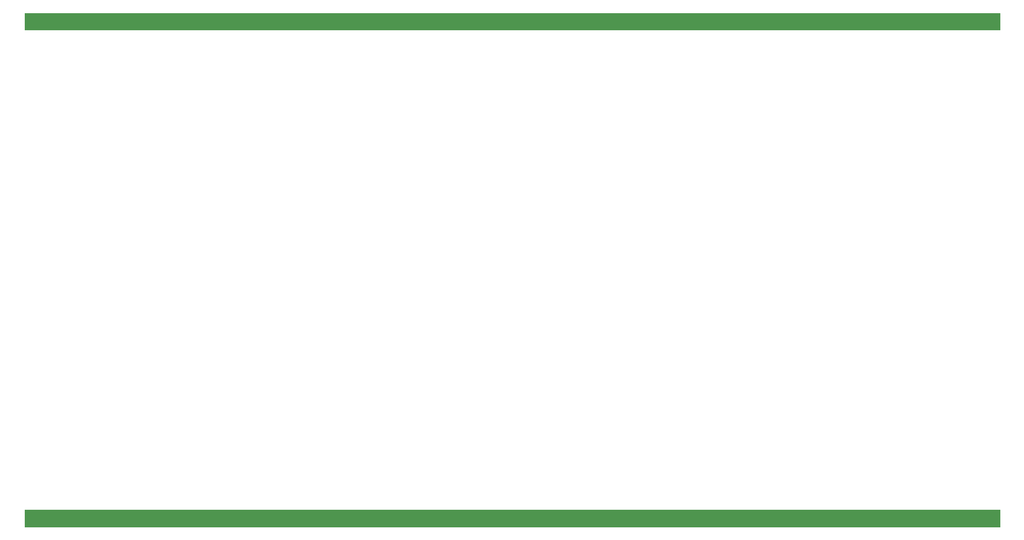
<source format=gbr>
%TF.GenerationSoftware,KiCad,Pcbnew,9.0.5-9.0.5~ubuntu24.04.1*%
%TF.CreationDate,2025-10-22T14:02:37+02:00*%
%TF.ProjectId,misrc_v2.5_top_panel,6d697372-635f-4763-922e-355f746f705f,rev?*%
%TF.SameCoordinates,Original*%
%TF.FileFunction,Soldermask,Top*%
%TF.FilePolarity,Negative*%
%FSLAX46Y46*%
G04 Gerber Fmt 4.6, Leading zero omitted, Abs format (unit mm)*
G04 Created by KiCad (PCBNEW 9.0.5-9.0.5~ubuntu24.04.1) date 2025-10-22 14:02:37*
%MOMM*%
%LPD*%
G01*
G04 APERTURE LIST*
G04 Aperture macros list*
%AMRoundRect*
0 Rectangle with rounded corners*
0 $1 Rounding radius*
0 $2 $3 $4 $5 $6 $7 $8 $9 X,Y pos of 4 corners*
0 Add a 4 corners polygon primitive as box body*
4,1,4,$2,$3,$4,$5,$6,$7,$8,$9,$2,$3,0*
0 Add four circle primitives for the rounded corners*
1,1,$1+$1,$2,$3*
1,1,$1+$1,$4,$5*
1,1,$1+$1,$6,$7*
1,1,$1+$1,$8,$9*
0 Add four rect primitives between the rounded corners*
20,1,$1+$1,$2,$3,$4,$5,0*
20,1,$1+$1,$4,$5,$6,$7,0*
20,1,$1+$1,$6,$7,$8,$9,0*
20,1,$1+$1,$8,$9,$2,$3,0*%
G04 Aperture macros list end*
%ADD10C,0.100000*%
%ADD11RoundRect,0.100000X-0.130000X-0.100000X0.130000X-0.100000X0.130000X0.100000X-0.130000X0.100000X0*%
G04 APERTURE END LIST*
D10*
X56743600Y-136448800D02*
X206756000Y-136448800D01*
X206756000Y-139039600D01*
X56743600Y-139039600D01*
X56743600Y-136448800D01*
G36*
X56743600Y-136448800D02*
G01*
X206756000Y-136448800D01*
X206756000Y-139039600D01*
X56743600Y-139039600D01*
X56743600Y-136448800D01*
G37*
X56743600Y-59969400D02*
X206756000Y-59969400D01*
X206756000Y-62534800D01*
X56743600Y-62534800D01*
X56743600Y-59969400D01*
G36*
X56743600Y-59969400D02*
G01*
X206756000Y-59969400D01*
X206756000Y-62534800D01*
X56743600Y-62534800D01*
X56743600Y-59969400D01*
G37*
D11*
%TO.C,R1*%
X105765600Y-61468000D03*
X106405600Y-61468000D03*
%TD*%
M02*

</source>
